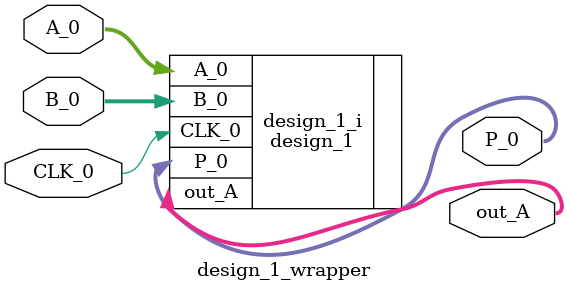
<source format=v>
`timescale 1 ps / 1 ps

module design_1_wrapper
   (A_0,
    B_0,
    CLK_0,
    P_0,
    out_A);
  input [1:0]A_0;
  input [1:0]B_0;
  input CLK_0;
  output [3:0]P_0;
  output [1:0]out_A;

  wire [1:0]A_0;
  wire [1:0]B_0;
  wire CLK_0;
  wire [3:0]P_0;
  wire [1:0]out_A;

  design_1 design_1_i
       (.A_0(A_0),
        .B_0(B_0),
        .CLK_0(CLK_0),
        .P_0(P_0),
        .out_A(out_A));
endmodule

</source>
